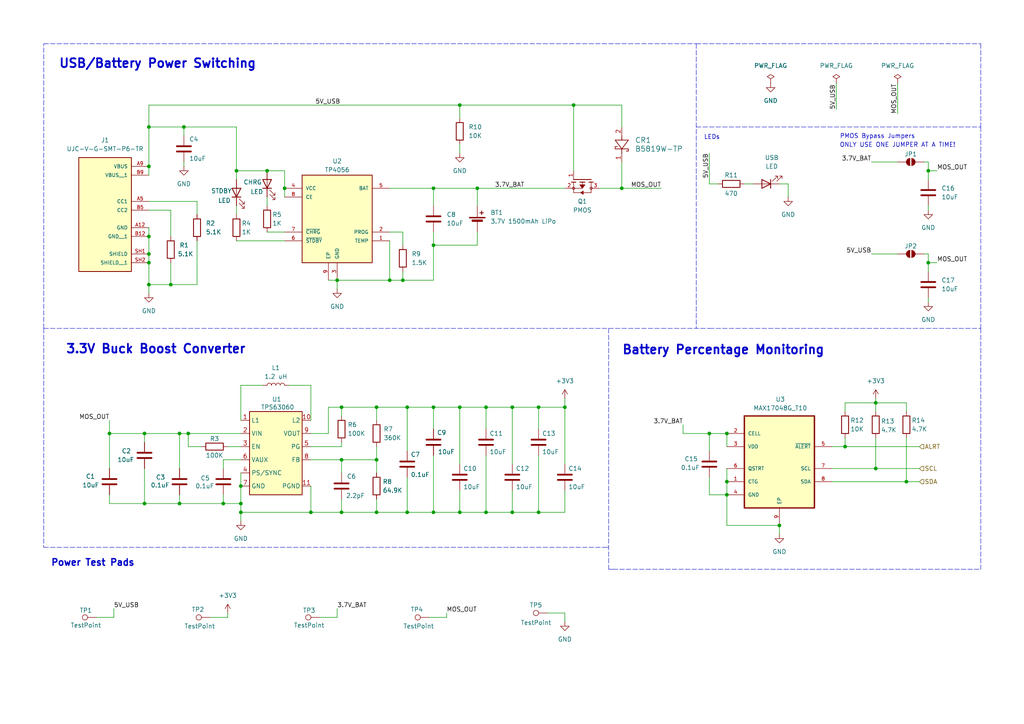
<source format=kicad_sch>
(kicad_sch (version 20231120) (generator "eeschema") (generator_version "8.0")
  (paper "A4")
  (lib_symbols
    (symbol "B5819W:B5819W-TP" (pin_names (offset 0.254))
      (property "Reference" "CR" (at 5.08 4.445 0))
      (property "Value" "B5819W-TP" (at 5.08 -3.81 0))
      (symbol "B5819W-TP_0_1"
        (polyline (pts (xy 2.54 0) (xy 3.4798 0)) (stroke (width 0.2032)))
        (polyline (pts (xy 3.175 0) (xy 3.81 0)) (stroke (width 0.2032)))
        (polyline (pts (xy 3.81 -1.905) (xy 6.35 0)) (stroke (width 0.2032)))
        (polyline (pts (xy 3.81 1.905) (xy 3.81 -1.905)) (stroke (width 0.2032)))
        (polyline (pts (xy 5.715 -1.905) (xy 5.715 -1.27)) (stroke (width 0.2032)))
        (polyline (pts (xy 6.35 -1.905) (xy 5.715 -1.905)) (stroke (width 0.2032)))
        (polyline (pts (xy 6.35 -1.905) (xy 6.35 1.905)) (stroke (width 0.2032)))
        (polyline (pts (xy 6.35 0) (xy 3.81 1.905)) (stroke (width 0.2032)))
        (polyline (pts (xy 6.35 0) (xy 7.62 0)) (stroke (width 0.2032)))
        (polyline (pts (xy 6.35 1.905) (xy 6.985 1.905)) (stroke (width 0.2032)))
        (polyline (pts (xy 6.985 1.905) (xy 6.985 1.27)) (stroke (width 0.2032)))
        (pin unspecified line (at 10.16 0 180) (length 2.54) (name "") (number "1"))
        (pin unspecified line (at 0 0 0) (length 2.54) (name "") (number "2"))
      )
    )
    (symbol "Connector:TestPoint" (pin_numbers hide) (pin_names (offset 0.762) hide)
      (property "Reference" "TP" (at 0 6.858 0))
      (property "Value" "TestPoint" (at 0 5.08 0))
      (symbol "TestPoint_0_1"
        (circle (center 0 3.302) (radius 0.762))
      )
      (symbol "TestPoint_1_1"
        (pin passive line (at 0 0 90) (length 2.54) (name "1") (number "1"))
      )
    )
    (symbol "Custom_Audrey_Project_Clock_Gallery:UJC-V-G-SMT-P6-TR" (pin_names (offset 1.016))
      (property "Reference" "J?" (at 0 17.78 0))
      (property "Value" "UJC-V-G-SMT-P6-TR" (at 0 15.24 0))
      (symbol "UJC-V-G-SMT-P6-TR_0_0"
        (rectangle (start -7.62 -20.32) (end 7.62 12.7) (stroke (width 0.254)) (fill (type background)))
        (pin passive line (at 12.7 -7.62 180) (length 5.08) (name "GND") (number "A12"))
        (pin passive line (at 12.7 0 180) (length 5.08) (name "CC1") (number "A5"))
        (pin passive line (at 12.7 10.16 180) (length 5.08) (name "VBUS") (number "A9"))
        (pin passive line (at 12.7 -10.16 180) (length 5.08) (name "GND__1") (number "B12"))
        (pin passive line (at 12.7 -2.54 180) (length 5.08) (name "CC2") (number "B5"))
        (pin passive line (at 12.7 7.62 180) (length 5.08) (name "VBUS__1") (number "B9"))
        (pin passive line (at 12.7 -15.24 180) (length 5.08) (name "SHIELD") (number "SH1"))
        (pin passive line (at 12.7 -17.78 180) (length 5.08) (name "SHIELD__1") (number "SH2"))
      )
    )
    (symbol "Device:Battery_Cell" (pin_numbers hide) (pin_names (offset 0) hide)
      (property "Reference" "BT" (at 2.54 2.54 0))
      (property "Value" "Battery_Cell" (at 2.54 0 0))
      (symbol "Battery_Cell_0_1"
        (rectangle (start -2.286 1.778) (end 2.286 1.524) (fill (type outline)))
        (rectangle (start -1.524 1.016) (end 1.524 0.508) (fill (type outline)))
        (polyline (pts (xy 0 0.762) (xy 0 0)))
        (polyline (pts (xy 0 1.778) (xy 0 2.54)))
        (polyline (pts (xy 0.762 3.048) (xy 1.778 3.048)) (stroke (width 0.254)))
        (polyline (pts (xy 1.27 3.556) (xy 1.27 2.54)) (stroke (width 0.254)))
      )
      (symbol "Battery_Cell_1_1"
        (pin passive line (at 0 5.08 270) (length 2.54) (name "+") (number "1"))
        (pin passive line (at 0 -2.54 90) (length 2.54) (name "-") (number "2"))
      )
    )
    (symbol "Device:C" (pin_numbers hide) (pin_names (offset 0.254))
      (property "Reference" "C" (at 0.635 2.54 0))
      (property "Value" "C" (at 0.635 -2.54 0))
      (symbol "C_0_1"
        (polyline (pts (xy -2.032 -0.762) (xy 2.032 -0.762)) (stroke (width 0.508)))
        (polyline (pts (xy -2.032 0.762) (xy 2.032 0.762)) (stroke (width 0.508)))
      )
      (symbol "C_1_1"
        (pin passive line (at 0 3.81 270) (length 2.794) (name "~") (number "1"))
        (pin passive line (at 0 -3.81 90) (length 2.794) (name "~") (number "2"))
      )
    )
    (symbol "Device:L" (pin_numbers hide) (pin_names (offset 1.016) hide)
      (property "Reference" "L" (at -1.27 0 90))
      (property "Value" "L" (at 1.905 0 90))
      (symbol "L_0_1"
        (arc (start 0 -2.54) (mid 0.6323 -1.905) (end 0 -1.27))
        (arc (start 0 -1.27) (mid 0.6323 -0.635) (end 0 0))
        (arc (start 0 0) (mid 0.6323 0.635) (end 0 1.27))
        (arc (start 0 1.27) (mid 0.6323 1.905) (end 0 2.54))
      )
      (symbol "L_1_1"
        (pin passive line (at 0 3.81 270) (length 1.27) (name "1") (number "1"))
        (pin passive line (at 0 -3.81 90) (length 1.27) (name "2") (number "2"))
      )
    )
    (symbol "Device:LED" (pin_numbers hide) (pin_names (offset 1.016) hide)
      (property "Reference" "D" (at 0 2.54 0))
      (property "Value" "LED" (at 0 -2.54 0))
      (symbol "LED_0_1"
        (polyline (pts (xy -1.27 -1.27) (xy -1.27 1.27)) (stroke (width 0.254)))
        (polyline (pts (xy -1.27 0) (xy 1.27 0)))
        (polyline (pts (xy 1.27 -1.27) (xy 1.27 1.27) (xy -1.27 0) (xy 1.27 -1.27)) (stroke (width 0.254)))
        (polyline (pts (xy -3.048 -0.762) (xy -4.572 -2.286) (xy -3.81 -2.286) (xy -4.572 -2.286) (xy -4.572 -1.524)))
        (polyline (pts (xy -1.778 -0.762) (xy -3.302 -2.286) (xy -2.54 -2.286) (xy -3.302 -2.286) (xy -3.302 -1.524)))
      )
      (symbol "LED_1_1"
        (pin passive line (at -3.81 0 0) (length 2.54) (name "K") (number "1"))
        (pin passive line (at 3.81 0 180) (length 2.54) (name "A") (number "2"))
      )
    )
    (symbol "Device:R" (pin_numbers hide) (pin_names (offset 0))
      (property "Reference" "R" (at 2.032 0 90))
      (property "Value" "R" (at 0 0 90))
      (symbol "R_0_1"
        (rectangle (start -1.016 -2.54) (end 1.016 2.54) (stroke (width 0.254)))
      )
      (symbol "R_1_1"
        (pin passive line (at 0 3.81 270) (length 1.27) (name "~") (number "1"))
        (pin passive line (at 0 -3.81 90) (length 1.27) (name "~") (number "2"))
      )
    )
    (symbol "IRLML6402TRPBF:IRLML6402TRPBF" (pin_names (offset 1.016))
      (property "Reference" "Q" (at -11.43 3.81 0))
      (property "Value" "IRLML6402TRPBF" (at -11.43 -8.89 0))
      (symbol "IRLML6402TRPBF_0_0"
        (circle (center 0 -2.54) (radius 0.3592))
        (polyline (pts (xy -2.54 2.54) (xy -2.54 -2.54)) (stroke (width 0.254)))
        (polyline (pts (xy -1.778 -1.905) (xy -1.778 -3.175)) (stroke (width 0.254)))
        (polyline (pts (xy -1.778 0) (xy -1.778 -0.762)) (stroke (width 0.254)))
        (polyline (pts (xy -1.778 0) (xy 0 0)) (stroke (width 0.1524)))
        (polyline (pts (xy -1.778 0.762) (xy -1.778 0)) (stroke (width 0.254)))
        (polyline (pts (xy -1.778 2.54) (xy -1.778 1.905)) (stroke (width 0.254)))
        (polyline (pts (xy -1.778 2.54) (xy 1.27 2.54)) (stroke (width 0.1524)))
        (polyline (pts (xy -1.778 3.175) (xy -1.778 2.54)) (stroke (width 0.254)))
        (polyline (pts (xy 0 0) (xy 0 -2.54)) (stroke (width 0.1524)))
        (polyline (pts (xy 1.27 -2.54) (xy -1.778 -2.54)) (stroke (width 0.1524)))
        (polyline (pts (xy 1.27 2.54) (xy 1.27 -2.54)) (stroke (width 0.1524)))
        (polyline (pts (xy 0 0) (xy -1.016 -0.762) (xy -1.016 0.762) (xy 0 0)) (stroke (width 0.1524)) (fill (type outline)))
        (polyline (pts (xy 1.27 -0.508) (xy 1.778 0.254) (xy 0.762 0.254) (xy 1.27 -0.508)) (stroke (width 0.1524)) (fill (type outline)))
        (circle (center 0 2.54) (radius 0.3592))
        (pin passive line (at -5.08 -2.54 0) (length 2.54) (name "~") (number "1"))
        (pin passive line (at 0 -5.08 90) (length 2.54) (name "~") (number "2"))
        (pin passive line (at 0 5.08 270) (length 2.54) (name "~") (number "3"))
      )
    )
    (symbol "Jumper:SolderJumper_2_Open" (pin_numbers hide) (pin_names (offset 0) hide) (exclude_from_sim yes) (in_bom no)
      (property "Reference" "JP" (at 0 2.032 0))
      (property "Value" "SolderJumper_2_Open" (at 0 -2.54 0))
      (symbol "SolderJumper_2_Open_0_1"
        (arc (start -0.254 1.016) (mid -1.2656 0) (end -0.254 -1.016))
        (arc (start -0.254 1.016) (mid -1.2656 0) (end -0.254 -1.016) (fill (type outline)))
        (polyline (pts (xy -0.254 1.016) (xy -0.254 -1.016)))
        (polyline (pts (xy 0.254 1.016) (xy 0.254 -1.016)))
        (arc (start 0.254 -1.016) (mid 1.2656 0) (end 0.254 1.016))
        (arc (start 0.254 -1.016) (mid 1.2656 0) (end 0.254 1.016) (fill (type outline)))
      )
      (symbol "SolderJumper_2_Open_1_1"
        (pin passive line (at -3.81 0 0) (length 2.54) (name "A") (number "1"))
        (pin passive line (at 3.81 0 180) (length 2.54) (name "B") (number "2"))
      )
    )
    (symbol "MAX17048G_T10:MAX17048G_T10" (pin_names (offset 1.016))
      (property "Reference" "U3" (at 0.254 4.826 0))
      (property "Value" "MAX17048G_T10" (at 0.254 2.286 0))
      (symbol "MAX17048G_T10_0_0"
        (rectangle (start -10.16 0) (end 10.16 -26.67) (stroke (width 0.41)) (fill (type background)))
        (pin power_in line (at -15.24 -19.05 0) (length 5.08) (name "CTG") (number "1"))
        (pin power_in line (at -15.24 -5.08 0) (length 5.08) (name "CELL") (number "2"))
        (pin power_in line (at -15.24 -8.89 0) (length 5.08) (name "VDD") (number "3"))
        (pin power_in line (at -15.24 -22.86 0) (length 5.08) (name "GND") (number "4"))
        (pin output line (at 15.24 -8.89 180) (length 5.08) (name "~{ALERT}") (number "5"))
        (pin input line (at -15.24 -15.24 0) (length 5.08) (name "QSTRT") (number "6"))
        (pin input line (at 15.24 -15.24 180) (length 5.08) (name "SCL") (number "7"))
        (pin bidirectional line (at 15.24 -19.05 180) (length 5.08) (name "SDA") (number "8"))
        (pin power_in line (at 0 -31.75 90) (length 5.08) (name "EP") (number "9"))
      )
    )
    (symbol "Regulator_Switching:TPS63060"
      (property "Reference" "U?" (at 0.254 14.986 0))
      (property "Value" "TPS63060" (at 0.508 12.7 0))
      (symbol "TPS63060_0_1"
        (rectangle (start -7.62 11.43) (end 7.62 -12.7) (stroke (width 0.254)) (fill (type background)))
      )
      (symbol "TPS63060_1_1"
        (pin input line (at -10.16 8.89 0) (length 2.54) (name "L1") (number "1"))
        (pin input line (at 10.16 8.89 180) (length 2.54) (name "L2") (number "10"))
        (pin power_in line (at 10.16 -10.16 180) (length 2.54) (name "PGND") (number "11"))
        (pin power_in line (at -10.16 5.08 0) (length 2.54) (name "VIN") (number "2"))
        (pin input line (at -10.16 1.27 0) (length 2.54) (name "EN") (number "3"))
        (pin input line (at -10.16 -6.35 0) (length 2.54) (name "PS/SYNC") (number "4"))
        (pin output line (at 10.16 1.27 180) (length 2.54) (name "PG") (number "5"))
        (pin passive line (at -10.16 -2.54 0) (length 2.54) (name "VAUX") (number "6"))
        (pin power_in line (at -10.16 -10.16 0) (length 2.54) (name "GND") (number "7"))
        (pin input line (at 10.16 -2.54 180) (length 2.54) (name "FB") (number "8"))
        (pin power_out line (at 10.16 5.08 180) (length 2.54) (name "VOUT") (number "9"))
      )
    )
    (symbol "TP4056:TP4056" (pin_names (offset 1.016))
      (property "Reference" "U?" (at 0 17.78 0))
      (property "Value" "TP4056" (at 0 15.24 0))
      (symbol "TP4056_0_0"
        (rectangle (start -10.16 12.7) (end 10.16 -12.7) (stroke (width 0.254)) (fill (type background)))
        (pin input line (at 15.24 -6.35 180) (length 5.08) (name "TEMP") (number "1"))
        (pin bidirectional line (at 15.24 -3.81 180) (length 5.08) (name "PROG") (number "2"))
        (pin power_in line (at 0 -17.78 90) (length 5.08) (name "GND") (number "3"))
        (pin power_in line (at -15.24 8.89 0) (length 5.08) (name "VCC") (number "4"))
        (pin output line (at 15.24 8.89 180) (length 5.08) (name "BAT") (number "5"))
        (pin output line (at -15.24 -6.35 0) (length 5.08) (name "~{STDBY}") (number "6"))
        (pin output line (at -15.24 -3.81 0) (length 5.08) (name "~{CHRG}") (number "7"))
        (pin input line (at -15.24 6.35 0) (length 5.08) (name "CE") (number "8"))
        (pin passive line (at -2.54 -17.78 90) (length 5.08) (name "EP") (number "9"))
      )
    )
    (symbol "power:+3V3" (power) (pin_numbers hide) (pin_names (offset 0) hide)
      (property "Value" "+3V3" (at 0 3.556 0))
      (symbol "+3V3_0_1"
        (polyline (pts (xy -0.762 1.27) (xy 0 2.54)))
        (polyline (pts (xy 0 0) (xy 0 2.54)))
        (polyline (pts (xy 0 2.54) (xy 0.762 1.27)))
      )
      (symbol "+3V3_1_1"
        (pin power_in line (at 0 0 90) (length 0) (name "~") (number "1"))
      )
    )
    (symbol "power:GND" (power) (pin_numbers hide) (pin_names (offset 0) hide)
      (property "Value" "GND" (at 0 -3.81 0))
      (symbol "GND_0_1"
        (polyline (pts (xy 0 0) (xy 0 -1.27) (xy 1.27 -1.27) (xy 0 -2.54) (xy -1.27 -1.27) (xy 0 -1.27)))
      )
      (symbol "GND_1_1"
        (pin power_in line (at 0 0 270) (length 0) (name "~") (number "1"))
      )
    )
    (symbol "power:PWR_FLAG" (power) (pin_numbers hide) (pin_names (offset 0) hide)
      (property "Value" "PWR_FLAG" (at 0 3.81 0))
      (symbol "PWR_FLAG_0_0"
        (pin power_out line (at 0 0 90) (length 0) (name "~") (number "1"))
      )
      (symbol "PWR_FLAG_0_1"
        (polyline (pts (xy 0 0) (xy 0 1.27) (xy -1.016 1.905) (xy 0 2.54) (xy 1.016 1.905) (xy 0 1.27)))
      )
    )
  )
  (junction (at 210.82 143.51))
  (junction (at 148.59 148.59))
  (junction (at 43.18 76.2))
  (junction (at 49.53 82.55))
  (junction (at 52.07 125.73))
  (junction (at 148.59 118.11))
  (junction (at 163.83 118.11))
  (junction (at 140.97 118.11))
  (junction (at 140.97 148.59))
  (junction (at 90.17 148.59))
  (junction (at 43.18 82.55))
  (junction (at 180.34 54.61))
  (junction (at 156.21 148.59))
  (junction (at 43.18 68.58))
  (junction (at 53.34 36.83))
  (junction (at 64.77 146.05))
  (junction (at 269.24 76.2))
  (junction (at 210.82 125.73))
  (junction (at 52.07 146.05))
  (junction (at 254 135.89))
  (junction (at 54.61 125.73))
  (junction (at 82.55 54.61))
  (junction (at 69.85 146.05))
  (junction (at 68.58 49.53))
  (junction (at 77.47 49.53))
  (junction (at 43.18 73.66))
  (junction (at 118.11 118.11))
  (junction (at 99.06 118.11))
  (junction (at 97.79 81.28))
  (junction (at 41.91 125.73))
  (junction (at 99.06 133.35))
  (junction (at 125.73 148.59))
  (junction (at 43.18 36.83))
  (junction (at 31.75 125.73))
  (junction (at 116.84 81.28))
  (junction (at 226.06 152.4))
  (junction (at 118.11 148.59))
  (junction (at 69.85 140.97))
  (junction (at 69.85 148.59))
  (junction (at 43.18 48.26))
  (junction (at 245.11 129.54))
  (junction (at 210.82 139.7))
  (junction (at 113.03 81.28))
  (junction (at 125.73 118.11))
  (junction (at 41.91 146.05))
  (junction (at 109.22 118.11))
  (junction (at 133.35 30.48))
  (junction (at 133.35 148.59))
  (junction (at 156.21 118.11))
  (junction (at 109.22 133.35))
  (junction (at 125.73 71.12))
  (junction (at 138.43 54.61))
  (junction (at 125.73 54.61))
  (junction (at 205.74 125.73))
  (junction (at 133.35 118.11))
  (junction (at 99.06 148.59))
  (junction (at 262.89 139.7))
  (junction (at 269.24 49.53))
  (junction (at 254 116.84))
  (junction (at 109.22 148.59))
  (junction (at 166.37 30.48))
  (polyline (pts (xy 12.7 158.75) (xy 175.26 158.75)) (stroke (width 0.127) (type dash)))
  (wire (pts (xy 41.91 125.73) (xy 52.07 125.73)))
  (wire (pts (xy 95.25 81.28) (xy 97.79 81.28)))
  (wire (pts (xy 226.06 152.4) (xy 226.06 154.94)))
  (wire (pts (xy 267.97 46.99) (xy 269.24 46.99)))
  (wire (pts (xy 156.21 148.59) (xy 163.83 148.59)))
  (wire (pts (xy 254 116.84) (xy 254 119.38)))
  (wire (pts (xy 82.55 49.53) (xy 77.47 49.53)))
  (wire (pts (xy 156.21 132.08) (xy 156.21 148.59)))
  (wire (pts (xy 68.58 59.69) (xy 68.58 62.23)))
  (wire (pts (xy 242.57 31.75) (xy 242.57 24.13)))
  (wire (pts (xy 180.34 30.48) (xy 180.34 36.83)))
  (wire (pts (xy 49.53 60.96) (xy 49.53 68.58)))
  (wire (pts (xy 118.11 118.11) (xy 125.73 118.11)))
  (wire (pts (xy 133.35 148.59) (xy 140.97 148.59)))
  (wire (pts (xy 31.75 121.92) (xy 31.75 125.73)))
  (wire (pts (xy 125.73 132.08) (xy 125.73 148.59)))
  (polyline (pts (xy 175.26 158.75) (xy 176.53 158.75)) (stroke (width 0.127) (type dash)))
  (wire (pts (xy 97.79 81.28) (xy 97.79 83.82)))
  (wire (pts (xy 43.18 68.58) (xy 43.18 73.66)))
  (wire (pts (xy 133.35 41.91) (xy 133.35 44.45)))
  (wire (pts (xy 90.17 111.76) (xy 90.17 121.92)))
  (wire (pts (xy 125.73 148.59) (xy 133.35 148.59)))
  (wire (pts (xy 82.55 54.61) (xy 82.55 57.15)))
  (wire (pts (xy 125.73 118.11) (xy 125.73 124.46)))
  (wire (pts (xy 95.25 118.11) (xy 99.06 118.11)))
  (wire (pts (xy 133.35 30.48) (xy 133.35 34.29)))
  (wire (pts (xy 262.89 116.84) (xy 262.89 119.38)))
  (wire (pts (xy 90.17 140.97) (xy 90.17 148.59)))
  (wire (pts (xy 69.85 137.16) (xy 69.85 140.97)))
  (wire (pts (xy 53.34 36.83) (xy 53.34 39.37)))
  (wire (pts (xy 99.06 144.78) (xy 99.06 148.59)))
  (wire (pts (xy 52.07 125.73) (xy 54.61 125.73)))
  (wire (pts (xy 116.84 81.28) (xy 113.03 81.28)))
  (wire (pts (xy 148.59 148.59) (xy 156.21 148.59)))
  (wire (pts (xy 269.24 86.36) (xy 269.24 87.63)))
  (wire (pts (xy 241.3 129.54) (xy 245.11 129.54)))
  (wire (pts (xy 241.3 139.7) (xy 262.89 139.7)))
  (wire (pts (xy 269.24 76.2) (xy 269.24 78.74)))
  (wire (pts (xy 66.04 129.54) (xy 69.85 129.54)))
  (wire (pts (xy 245.11 116.84) (xy 254 116.84)))
  (wire (pts (xy 109.22 148.59) (xy 118.11 148.59)))
  (polyline (pts (xy 284.48 36.83) (xy 284.48 95.25)) (stroke (width 0.127) (type dash)))
  (polyline (pts (xy 205.74 95.25) (xy 284.48 95.25)) (stroke (width 0.127) (type dash)))
  (polyline (pts (xy 177.8 165.1) (xy 284.48 165.1)) (stroke (width 0.127) (type dash)))
  (wire (pts (xy 68.58 49.53) (xy 77.47 49.53)))
  (wire (pts (xy 41.91 146.05) (xy 52.07 146.05)))
  (wire (pts (xy 156.21 118.11) (xy 156.21 124.46)))
  (wire (pts (xy 252.73 46.99) (xy 260.35 46.99)))
  (wire (pts (xy 52.07 125.73) (xy 52.07 135.89)))
  (wire (pts (xy 125.73 67.31) (xy 125.73 71.12)))
  (wire (pts (xy 129.54 179.07) (xy 124.46 179.07)))
  (wire (pts (xy 43.18 73.66) (xy 43.18 76.2)))
  (wire (pts (xy 43.18 66.04) (xy 43.18 68.58)))
  (wire (pts (xy 252.73 73.66) (xy 260.35 73.66)))
  (wire (pts (xy 64.77 133.35) (xy 69.85 133.35)))
  (wire (pts (xy 269.24 49.53) (xy 271.78 49.53)))
  (wire (pts (xy 64.77 135.89) (xy 64.77 133.35)))
  (wire (pts (xy 166.37 30.48) (xy 180.34 30.48)))
  (wire (pts (xy 191.77 54.61) (xy 180.34 54.61)))
  (wire (pts (xy 215.9 53.34) (xy 218.44 53.34)))
  (wire (pts (xy 52.07 146.05) (xy 64.77 146.05)))
  (wire (pts (xy 180.34 46.99) (xy 180.34 54.61)))
  (wire (pts (xy 254 115.57) (xy 254 116.84)))
  (wire (pts (xy 97.79 81.28) (xy 113.03 81.28)))
  (wire (pts (xy 82.55 49.53) (xy 82.55 54.61)))
  (wire (pts (xy 226.06 53.34) (xy 228.6 53.34)))
  (wire (pts (xy 173.99 54.61) (xy 180.34 54.61)))
  (wire (pts (xy 27.94 179.07) (xy 33.02 179.07)))
  (wire (pts (xy 245.11 129.54) (xy 266.7 129.54)))
  (wire (pts (xy 254 135.89) (xy 266.7 135.89)))
  (wire (pts (xy 148.59 118.11) (xy 156.21 118.11)))
  (polyline (pts (xy 12.7 95.25) (xy 12.7 158.75)) (stroke (width 0.127) (type dash)))
  (wire (pts (xy 77.47 57.15) (xy 77.47 59.69)))
  (wire (pts (xy 95.25 125.73) (xy 95.25 118.11)))
  (wire (pts (xy 267.97 73.66) (xy 269.24 73.66)))
  (wire (pts (xy 68.58 36.83) (xy 68.58 49.53)))
  (wire (pts (xy 54.61 125.73) (xy 69.85 125.73)))
  (polyline (pts (xy 176.53 95.25) (xy 176.53 165.1)) (stroke (width 0.127) (type dash)))
  (wire (pts (xy 138.43 67.31) (xy 138.43 71.12)))
  (wire (pts (xy 41.91 125.73) (xy 41.91 128.27)))
  (wire (pts (xy 69.85 140.97) (xy 69.85 146.05)))
  (wire (pts (xy 90.17 129.54) (xy 99.06 129.54)))
  (wire (pts (xy 166.37 30.48) (xy 166.37 49.53)))
  (wire (pts (xy 228.6 53.34) (xy 228.6 57.15)))
  (wire (pts (xy 148.59 148.59) (xy 148.59 142.24)))
  (wire (pts (xy 205.74 143.51) (xy 210.82 143.51)))
  (wire (pts (xy 269.24 59.69) (xy 269.24 60.96)))
  (wire (pts (xy 205.74 138.43) (xy 205.74 143.51)))
  (polyline (pts (xy 201.93 12.7) (xy 201.93 95.25)) (stroke (width 0.127) (type dash)))
  (wire (pts (xy 31.75 125.73) (xy 41.91 125.73)))
  (wire (pts (xy 210.82 143.51) (xy 210.82 152.4)))
  (polyline (pts (xy 284.48 12.7) (xy 284.48 36.83)) (stroke (width 0.127) (type dash)))
  (wire (pts (xy 210.82 139.7) (xy 210.82 143.51)))
  (wire (pts (xy 148.59 118.11) (xy 148.59 134.62)))
  (wire (pts (xy 210.82 152.4) (xy 226.06 152.4)))
  (wire (pts (xy 69.85 146.05) (xy 69.85 148.59)))
  (wire (pts (xy 90.17 133.35) (xy 99.06 133.35)))
  (wire (pts (xy 43.18 36.83) (xy 53.34 36.83)))
  (wire (pts (xy 205.74 125.73) (xy 210.82 125.73)))
  (wire (pts (xy 57.15 58.42) (xy 57.15 62.23)))
  (wire (pts (xy 113.03 54.61) (xy 125.73 54.61)))
  (wire (pts (xy 125.73 118.11) (xy 133.35 118.11)))
  (wire (pts (xy 31.75 146.05) (xy 41.91 146.05)))
  (wire (pts (xy 116.84 78.74) (xy 116.84 81.28)))
  (wire (pts (xy 109.22 129.54) (xy 109.22 133.35)))
  (wire (pts (xy 113.03 69.85) (xy 113.03 81.28)))
  (wire (pts (xy 140.97 118.11) (xy 140.97 124.46)))
  (wire (pts (xy 53.34 46.99) (xy 53.34 48.26)))
  (wire (pts (xy 198.12 125.73) (xy 205.74 125.73)))
  (wire (pts (xy 53.34 36.83) (xy 68.58 36.83)))
  (wire (pts (xy 66.04 177.8) (xy 66.04 179.07)))
  (wire (pts (xy 52.07 143.51) (xy 52.07 146.05)))
  (wire (pts (xy 69.85 111.76) (xy 69.85 121.92)))
  (wire (pts (xy 99.06 129.54) (xy 99.06 128.27)))
  (wire (pts (xy 113.03 67.31) (xy 116.84 67.31)))
  (wire (pts (xy 54.61 129.54) (xy 54.61 125.73)))
  (wire (pts (xy 116.84 67.31) (xy 116.84 71.12)))
  (wire (pts (xy 133.35 30.48) (xy 166.37 30.48)))
  (polyline (pts (xy 201.93 12.7) (xy 284.48 12.7)) (stroke (width 0.127) (type dash)))
  (polyline (pts (xy 203.2 95.25) (xy 205.74 95.25)) (stroke (width 0.127) (type dash)))
  (wire (pts (xy 43.18 48.26) (xy 43.18 50.8)))
  (wire (pts (xy 109.22 118.11) (xy 109.22 121.92)))
  (polyline (pts (xy 176.53 165.1) (xy 177.8 165.1)) (stroke (width 0.127) (type dash)))
  (wire (pts (xy 68.58 52.07) (xy 68.58 49.53)))
  (wire (pts (xy 138.43 54.61) (xy 138.43 59.69)))
  (wire (pts (xy 269.24 49.53) (xy 269.24 52.07)))
  (polyline (pts (xy 12.7 12.7) (xy 201.93 12.7)) (stroke (width 0.127) (type dash)))
  (wire (pts (xy 69.85 148.59) (xy 69.85 151.13)))
  (wire (pts (xy 77.47 67.31) (xy 82.55 67.31)))
  (wire (pts (xy 138.43 71.12) (xy 125.73 71.12)))
  (wire (pts (xy 57.15 69.85) (xy 57.15 82.55)))
  (wire (pts (xy 210.82 135.89) (xy 210.82 139.7)))
  (wire (pts (xy 210.82 125.73) (xy 210.82 129.54)))
  (wire (pts (xy 68.58 69.85) (xy 82.55 69.85)))
  (wire (pts (xy 33.02 179.07) (xy 33.02 176.53)))
  (wire (pts (xy 129.54 177.8) (xy 129.54 179.07)))
  (wire (pts (xy 156.21 118.11) (xy 163.83 118.11)))
  (wire (pts (xy 260.35 33.02) (xy 260.35 24.13)))
  (wire (pts (xy 118.11 148.59) (xy 118.11 138.43)))
  (wire (pts (xy 254 116.84) (xy 262.89 116.84)))
  (wire (pts (xy 99.06 133.35) (xy 109.22 133.35)))
  (wire (pts (xy 64.77 143.51) (xy 64.77 146.05)))
  (wire (pts (xy 241.3 135.89) (xy 254 135.89)))
  (wire (pts (xy 133.35 118.11) (xy 140.97 118.11)))
  (wire (pts (xy 58.42 129.54) (xy 54.61 129.54)))
  (wire (pts (xy 109.22 144.78) (xy 109.22 148.59)))
  (wire (pts (xy 43.18 85.09) (xy 43.18 82.55)))
  (wire (pts (xy 43.18 36.83) (xy 43.18 30.48)))
  (wire (pts (xy 163.83 177.8) (xy 163.83 180.34)))
  (wire (pts (xy 66.04 179.07) (xy 60.96 179.07)))
  (wire (pts (xy 140.97 132.08) (xy 140.97 148.59)))
  (wire (pts (xy 99.06 118.11) (xy 109.22 118.11)))
  (wire (pts (xy 245.11 129.54) (xy 245.11 127)))
  (wire (pts (xy 43.18 58.42) (xy 57.15 58.42)))
  (wire (pts (xy 205.74 53.34) (xy 208.28 53.34)))
  (wire (pts (xy 43.18 36.83) (xy 43.18 48.26)))
  (wire (pts (xy 125.73 54.61) (xy 138.43 54.61)))
  (wire (pts (xy 205.74 125.73) (xy 205.74 130.81)))
  (polyline (pts (xy 12.7 95.25) (xy 203.2 95.25)) (stroke (width 0.127) (type dash)))
  (wire (pts (xy 163.83 148.59) (xy 163.83 142.24)))
  (wire (pts (xy 99.06 148.59) (xy 90.17 148.59)))
  (wire (pts (xy 262.89 139.7) (xy 266.7 139.7)))
  (polyline (pts (xy 12.7 95.25) (xy 12.7 12.7)) (stroke (width 0.127) (type dash)))
  (wire (pts (xy 92.71 179.07) (xy 97.79 179.07)))
  (wire (pts (xy 90.17 148.59) (xy 69.85 148.59)))
  (wire (pts (xy 90.17 125.73) (xy 95.25 125.73)))
  (wire (pts (xy 41.91 135.89) (xy 41.91 146.05)))
  (wire (pts (xy 158.75 177.8) (xy 163.83 177.8)))
  (wire (pts (xy 43.18 60.96) (xy 49.53 60.96)))
  (wire (pts (xy 140.97 118.11) (xy 148.59 118.11)))
  (wire (pts (xy 125.73 71.12) (xy 125.73 81.28)))
  (wire (pts (xy 118.11 148.59) (xy 125.73 148.59)))
  (wire (pts (xy 83.82 111.76) (xy 90.17 111.76)))
  (wire (pts (xy 43.18 30.48) (xy 133.35 30.48)))
  (wire (pts (xy 125.73 81.28) (xy 116.84 81.28)))
  (wire (pts (xy 133.35 142.24) (xy 133.35 148.59)))
  (wire (pts (xy 140.97 148.59) (xy 148.59 148.59)))
  (wire (pts (xy 163.83 115.57) (xy 163.83 118.11)))
  (wire (pts (xy 205.74 44.45) (xy 205.74 53.34)))
  (wire (pts (xy 163.83 118.11) (xy 163.83 134.62)))
  (wire (pts (xy 254 127) (xy 254 135.89)))
  (wire (pts (xy 49.53 82.55) (xy 43.18 82.55)))
  (wire (pts (xy 49.53 76.2) (xy 49.53 82.55)))
  (wire (pts (xy 64.77 146.05) (xy 69.85 146.05)))
  (polyline (pts (xy 201.93 36.83) (xy 284.48 36.83)) (stroke (width 0.127) (type dash)))
  (wire (pts (xy 109.22 118.11) (xy 118.11 118.11)))
  (wire (pts (xy 198.12 123.19) (xy 198.12 125.73)))
  (wire (pts (xy 99.06 133.35) (xy 99.06 137.16)))
  (wire (pts (xy 31.75 143.51) (xy 31.75 146.05)))
  (wire (pts (xy 133.35 118.11) (xy 133.35 134.62)))
  (wire (pts (xy 76.2 111.76) (xy 69.85 111.76)))
  (wire (pts (xy 269.24 76.2) (xy 271.78 76.2)))
  (wire (pts (xy 125.73 54.61) (xy 125.73 59.69)))
  (wire (pts (xy 99.06 118.11) (xy 99.06 120.65)))
  (polyline (pts (xy 284.48 95.25) (xy 284.48 165.1)) (stroke (width 0.127) (type dash)))
  (wire (pts (xy 97.79 179.07) (xy 97.79 176.53)))
  (wire (pts (xy 49.53 82.55) (xy 57.15 82.55)))
  (wire (pts (xy 269.24 46.99) (xy 269.24 49.53)))
  (wire (pts (xy 109.22 148.59) (xy 99.06 148.59)))
  (wire (pts (xy 43.18 76.2) (xy 43.18 82.55)))
  (wire (pts (xy 262.89 139.7) (xy 262.89 127)))
  (wire (pts (xy 31.75 125.73) (xy 31.75 135.89)))
  (wire (pts (xy 118.11 118.11) (xy 118.11 130.81)))
  (wire (pts (xy 245.11 119.38) (xy 245.11 116.84)))
  (wire (pts (xy 109.22 133.35) (xy 109.22 137.16)))
  (wire (pts (xy 138.43 54.61) (xy 163.83 54.61)))
  (wire (pts (xy 269.24 73.66) (xy 269.24 76.2)))
  (text "Power Test Pads" (at 26.924 163.322 0) (effects (font (size 1.905 1.905) (thickness 0.381) (bold yes))))
  (text "LEDs" (at 206.502 39.878 0) (effects (font (size 1.27 1.27) (thickness 0.1588))))
  (text "PMOS Bypass Jumpers" (at 254.508 39.624 0) (effects (font (size 1.27 1.27))))
  (text "USB/Battery Power Switching" (at 45.72 18.542 0) (effects (font (size 2.54 2.54) (thickness 0.508) (bold yes))))
  (text "Battery Percentage Monitoring" (at 209.804 101.6 0) (effects (font (size 2.54 2.54) (thickness 0.508) (bold yes))))
  (text "3.3V Buck Boost Converter\n" (at 45.212 101.346 0) (effects (font (size 2.54 2.54) (thickness 0.508) (bold yes))))
  (text "ONLY USE ONE JUMPER AT A TIME!" (at 260.35 42.164 0) (effects (font (size 1.27 1.27))))
  (label "5V_USB" (at 91.44 30.48 0))
  (label "MOS_OUT" (at 271.78 76.2 0))
  (label "MOS_OUT" (at 271.78 49.53 0))
  (label "MOS_OUT" (at 191.77 54.61 180))
  (label "5V_USB" (at 33.02 176.53 0))
  (label "MOS_OUT" (at 129.54 177.8 0))
  (label "3.7V_BAT" (at 198.12 123.19 180))
  (label "MOS_OUT" (at 31.75 121.92 180))
  (label "MOS_OUT" (at 260.35 33.02 90))
  (label "5V_USB" (at 205.74 44.45 270))
  (label "5V_USB" (at 252.73 73.66 180))
  (label "3.7V_BAT" (at 252.73 46.99 180))
  (label "5V_USB" (at 242.57 31.75 90))
  (label "3.7V_BAT" (at 143.51 54.61 0))
  (label "3.7V_BAT" (at 97.79 176.53 0))
  (hierarchical_label "SDA" (shape input) (at 266.7 139.7 0))
  (hierarchical_label "ALRT" (shape input) (at 266.7 129.54 0))
  (hierarchical_label "SCL" (shape input) (at 266.7 135.89 0))
  (symbol (lib_id "Regulator_Switching:TPS63060") (at 80.01 130.81 0) (unit 1)
    (property "Reference" "U1" (at 80.264 115.824 0))
    (property "Value" "TPS63060" (at 80.518 118.11 0))
    (property "Footprint" "TPS63060DSCT:CONV_TPS63060DSCT" (effects (hide yes)))
    (property "Datasheet" "http://www.ti.com/lit/ds/symlink/tps63060.pdf" (effects (hide yes)))
    (property "Description" "Buck-Boost Converter, 2.5-12V Input Voltage, 2-A Switch Current, Adjustable 2.5-8V Output Voltage, S-PWSON-N10" (effects (hide yes)))
  )
  (symbol (lib_id "power:+3V3") (at 163.83 115.57 0) (unit 1)
    (property "Reference" "#PWR08" (effects (hide yes)))
    (property "Value" "+3V3" (at 163.83 110.49 0))
    (property "Description" "Power symbol creates a global label with name \"+3V3\"" (effects (hide yes)))
  )
  (symbol (lib_id "Device:R") (at 109.22 125.73 0) (unit 1)
    (property "Reference" "R7" (at 111.252 124.46 0) (effects (justify left)))
    (property "Value" "360K" (at 111.252 127 0) (effects (justify left)))
    (property "Footprint" "Resistor_SMD:R_0805_2012Metric_Pad1.20x1.40mm_HandSolder" (effects (hide yes)))
    (property "Description" "Resistor" (effects (hide yes)))
  )
  (symbol (lib_id "Device:L") (at 80.01 111.76 90) (unit 1)
    (property "Reference" "L1" (at 80.01 106.68 90))
    (property "Value" "1.2 uH" (at 80.01 109.22 90))
    (property "Footprint" "XFL4020-102MEC:IND_XFL4020-102MEC" (effects (hide yes)))
    (property "Description" "Inductor" (effects (hide yes)))
  )
  (symbol (lib_id "Device:C") (at 41.91 132.08 0) (unit 1)
    (property "Reference" "C2" (at 35.306 130.81 0) (effects (justify left)))
    (property "Value" "10uF" (at 34.036 133.35 0) (effects (justify left)))
    (property "Footprint" "Capacitor_SMD:C_0805_2012Metric_Pad1.18x1.45mm_HandSolder" (effects (hide yes)))
    (property "Description" "Unpolarized capacitor" (effects (hide yes)))
  )
  (symbol (lib_id "power:GND") (at 69.85 151.13 0) (unit 1)
    (property "Reference" "#PWR04" (effects (hide yes)))
    (property "Value" "GND" (at 69.85 156.21 0))
    (property "Description" "Power symbol creates a global label with name \"GND\" , ground" (effects (hide yes)))
  )
  (symbol (lib_id "Device:C") (at 52.07 139.7 0) (unit 1)
    (property "Reference" "C3" (at 45.212 138.43 0) (effects (justify left)))
    (property "Value" "0.1uF" (at 43.688 140.716 0) (effects (justify left)))
    (property "Footprint" "Capacitor_SMD:C_0805_2012Metric_Pad1.18x1.45mm_HandSolder" (effects (hide yes)))
    (property "Description" "Unpolarized capacitor" (effects (hide yes)))
  )
  (symbol (lib_id "power:GND") (at 43.18 85.09 0) (unit 1)
    (property "Reference" "#PWR02" (effects (hide yes)))
    (property "Value" "GND" (at 43.18 90.17 0))
    (property "Description" "Power symbol creates a global label with name \"GND\" , ground" (effects (hide yes)))
  )
  (symbol (lib_id "Device:C") (at 148.59 138.43 0) (unit 1)
    (property "Reference" "C12" (at 149.606 135.89 0) (effects (justify left)))
    (property "Value" "10uF" (at 149.606 141.224 0) (effects (justify left)))
    (property "Footprint" "Capacitor_SMD:C_0805_2012Metric_Pad1.18x1.45mm_HandSolder" (effects (hide yes)))
    (property "Description" "Unpolarized capacitor" (effects (hide yes)))
  )
  (symbol (lib_id "Device:Battery_Cell") (at 138.43 64.77 0) (unit 1)
    (property "Reference" "BT1" (at 142.24 61.6584 0) (effects (justify left)))
    (property "Value" "3.7V 1500mAh LiPo" (at 142.24 64.1984 0) (effects (justify left)))
    (property "Footprint" "SM02B-SRSS-TB_LF__SN_:SM02B-SRSS-TB_LF__SN_" (effects (hide yes)))
    (property "Description" "Single-cell battery" (effects (hide yes)))
  )
  (symbol (lib_id "Device:R") (at 262.89 123.19 0) (unit 1)
    (property "Reference" "R14" (at 264.414 121.92 0) (effects (justify left)))
    (property "Value" "4.7K" (at 264.414 124.46 0) (effects (justify left)))
    (property "Footprint" "Resistor_SMD:R_0805_2012Metric_Pad1.20x1.40mm_HandSolder" (effects (hide yes)))
    (property "Description" "Resistor" (effects (hide yes)))
  )
  (symbol (lib_id "Device:C") (at 125.73 63.5 0) (unit 1)
    (property "Reference" "C8" (at 129.54 62.2299 0) (effects (justify left)))
    (property "Value" "10uF" (at 129.54 64.7699 0) (effects (justify left)))
    (property "Footprint" "Capacitor_SMD:C_0805_2012Metric_Pad1.18x1.45mm_HandSolder" (effects (hide yes)))
    (property "Description" "Unpolarized capacitor" (effects (hide yes)))
  )
  (symbol (lib_id "power:GND") (at 163.83 180.34 0) (unit 1)
    (property "Reference" "#PWR05" (effects (hide yes)))
    (property "Value" "GND" (at 163.83 185.42 0))
    (property "Description" "Power symbol creates a global label with name \"GND\" , ground" (effects (hide yes)))
  )
  (symbol (lib_id "Device:C") (at 118.11 134.62 0) (unit 1)
    (property "Reference" "C7" (at 119.126 131.826 0) (effects (justify left)))
    (property "Value" "0.1uF" (at 119.126 137.668 0) (effects (justify left)))
    (property "Footprint" "Capacitor_SMD:C_0805_2012Metric_Pad1.18x1.45mm_HandSolder" (effects (hide yes)))
    (property "Description" "Unpolarized capacitor" (effects (hide yes)))
  )
  (symbol (lib_id "TP4056:TP4056") (at 97.79 63.5 0) (unit 1)
    (property "Reference" "U2" (at 97.79 46.736 0))
    (property "Value" "TP4056" (at 97.79 49.276 0))
    (property "Footprint" "TP4056:SOP127P600X175-9N" (effects (hide yes)))
    (property "MF" "NanJing Top Power ASIC Corp." (effects (hide yes)))
    (property "MAXIMUM_PACKAGE_HEIGHT" "1.75mm" (effects (hide yes)))
    (property "Package" "Package" (effects (hide yes)))
    (property "Price" "None" (effects (hide yes)))
    (property "Check_prices" "https://www.snapeda.com/parts/TP4056/NanJing+Top+Power+ASIC+Corp./view-part/?ref=eda" (effects (hide yes)))
    (property "STANDARD" "IPC 7351B" (effects (hide yes)))
    (property "SnapEDA_Link" "https://www.snapeda.com/parts/TP4056/NanJing+Top+Power+ASIC+Corp./view-part/?ref=snap" (effects (hide yes)))
    (property "MP" "TP4056" (effects (hide yes)))
    (property "Description_1" "\n                        \n                            Complete single cell Li-Ion battery with a constant current / constant voltage linear charger\n                        \n" (effects (hide yes)))
    (property "Availability" "Not in stock" (effects (hide yes)))
    (property "MANUFACTURER" "NanJing Top Power ASIC Corp." (effects (hide yes)))
  )
  (symbol (lib_id "Connector:TestPoint") (at 92.71 179.07 90) (unit 1)
    (property "Reference" "TP3" (at 89.662 177.038 90))
    (property "Value" "TestPoint" (at 89.662 181.356 90))
    (property "Footprint" "TestPoint:TestPoint_Pad_D2.0mm" (effects (hide yes)))
    (property "Description" "test point" (effects (hide yes)))
  )
  (symbol (lib_id "Device:C") (at 125.73 128.27 0) (unit 1)
    (property "Reference" "C9" (at 126.746 125.476 0) (effects (justify left)))
    (property "Value" "10uF" (at 127 131.064 0) (effects (justify left)))
    (property "Footprint" "Capacitor_SMD:C_0805_2012Metric_Pad1.18x1.45mm_HandSolder" (effects (hide yes)))
    (property "Description" "Unpolarized capacitor" (effects (hide yes)))
  )
  (symbol (lib_id "power:PWR_FLAG") (at 242.57 24.13 0) (unit 1)
    (property "Reference" "#FLG02" (effects (hide yes)))
    (property "Value" "PWR_FLAG" (at 242.57 19.05 0))
    (property "Description" "Special symbol for telling ERC where power comes from" (effects (hide yes)))
  )
  (symbol (lib_id "Custom_Audrey_Project_Clock_Gallery:UJC-V-G-SMT-P6-TR") (at 30.48 58.42 0) (unit 1)
    (property "Reference" "J1" (at 30.48 40.64 0))
    (property "Value" "UJC-V-G-SMT-P6-TR" (at 30.48 43.18 0))
    (property "Footprint" "UJC_V_G_SMT_P6_TR:SAMESKY_UJC-V-G-SMT-P6-TR" (effects (hide yes)))
    (property "PARTREV" "1.0" (effects (hide yes)))
    (property "STANDARD" "Manufacturer Recommendations" (effects (hide yes)))
    (property "MAXIMUM_PACKAGE_HEIGHT" "6.5mm" (effects (hide yes)))
    (property "MANUFACTURER" "Same Sky" (effects (hide yes)))
  )
  (symbol (lib_id "Device:R") (at 62.23 129.54 90) (unit 1)
    (property "Reference" "R3" (at 62.23 127.254 90))
    (property "Value" "100K" (at 62.23 132.08 90))
    (property "Footprint" "Resistor_SMD:R_0805_2012Metric_Pad1.20x1.40mm_HandSolder" (effects (hide yes)))
    (property "Description" "Resistor" (effects (hide yes)))
  )
  (symbol (lib_id "power:GND") (at 226.06 154.94 0) (unit 1)
    (property "Reference" "#PWR010" (effects (hide yes)))
    (property "Value" "GND" (at 226.06 160.02 0))
    (property "Description" "Power symbol creates a global label with name \"GND\" , ground" (effects (hide yes)))
  )
  (symbol (lib_id "Device:R") (at 57.15 66.04 180) (unit 1)
    (property "Reference" "R2" (at 59.69 64.7699 0) (effects (justify right)))
    (property "Value" "5.1K" (at 59.69 67.3099 0) (effects (justify right)))
    (property "Footprint" "Resistor_SMD:R_0805_2012Metric_Pad1.20x1.40mm_HandSolder" (effects (hide yes)))
    (property "Description" "Resistor" (effects (hide yes)))
  )
  (symbol (lib_id "Connector:TestPoint") (at 60.96 179.07 90) (unit 1)
    (property "Reference" "TP2" (at 57.404 176.784 90))
    (property "Value" "TestPoint" (at 57.912 181.61 90))
    (property "Footprint" "TestPoint:TestPoint_Pad_D2.0mm" (effects (hide yes)))
    (property "Description" "test point" (effects (hide yes)))
  )
  (symbol (lib_id "power:GND") (at 228.6 57.15 0) (unit 1)
    (property "Reference" "#PWR011" (effects (hide yes)))
    (property "Value" "GND" (at 228.6 62.23 0))
    (property "Description" "Power symbol creates a global label with name \"GND\" , ground" (effects (hide yes)))
  )
  (symbol (lib_id "B5819W:B5819W-TP") (at 180.34 36.83 270) (unit 1)
    (property "Reference" "CR1" (at 184.15 40.6399 90) (effects (font (size 1.524 1.524)) (justify left)))
    (property "Value" "B5819W-TP" (at 184.15 43.1799 90) (effects (font (size 1.524 1.524)) (justify left)))
    (property "Footprint" "B5819SW:SDO_SOD-123_MCC-M" (effects (hide yes)))
    (property "Datasheet" "B5819W-TP" (effects (hide yes)))
  )
  (symbol (lib_id "power:+3V3") (at 254 115.57 0) (unit 1)
    (property "Reference" "#PWR012" (effects (hide yes)))
    (property "Value" "+3V3" (at 254 110.49 0))
    (property "Description" "Power symbol creates a global label with name \"+3V3\"" (effects (hide yes)))
  )
  (symbol (lib_id "Device:C") (at 269.24 55.88 0) (unit 1)
    (property "Reference" "C16" (at 273.05 54.6099 0) (effects (justify left)))
    (property "Value" "10uF" (at 273.05 57.1499 0) (effects (justify left)))
    (property "Footprint" "Capacitor_SMD:C_0805_2012Metric_Pad1.18x1.45mm_HandSolder" (effects (hide yes)))
    (property "Description" "Unpolarized capacitor" (effects (hide yes)))
  )
  (symbol (lib_id "Device:R") (at 245.11 123.19 0) (unit 1)
    (property "Reference" "R12" (at 246.634 121.92 0) (effects (justify left)))
    (property "Value" "10K" (at 246.634 124.46 0) (effects (justify left)))
    (property "Footprint" "Resistor_SMD:R_0805_2012Metric_Pad1.20x1.40mm_HandSolder" (effects (hide yes)))
    (property "Description" "Resistor" (effects (hide yes)))
  )
  (symbol (lib_id "power:PWR_FLAG") (at 223.52 24.13 0) (unit 1)
    (property "Reference" "#FLG01" (effects (hide yes)))
    (property "Value" "PWR_FLAG" (at 223.52 19.05 0))
    (property "Description" "Special symbol for telling ERC where power comes from" (effects (hide yes)))
  )
  (symbol (lib_id "power:GND") (at 53.34 48.26 0) (mirror y) (unit 1)
    (property "Reference" "#PWR03" (effects (hide yes)))
    (property "Value" "GND" (at 53.34 53.34 0))
    (property "Description" "Power symbol creates a global label with name \"GND\" , ground" (effects (hide yes)))
  )
  (symbol (lib_id "power:GND") (at 133.35 44.45 0) (mirror y) (unit 1)
    (property "Reference" "#PWR07" (effects (hide yes)))
    (property "Value" "GND" (at 133.35 49.53 0))
    (property "Description" "Power symbol creates a global label with name \"GND\" , ground" (effects (hide yes)))
  )
  (symbol (lib_id "Device:R") (at 68.58 66.04 180) (unit 1)
    (property "Reference" "R4" (at 70.104 64.77 0) (effects (justify right)))
    (property "Value" "1K" (at 70.104 67.31 0) (effects (justify right)))
    (property "Footprint" "Resistor_SMD:R_0805_2012Metric_Pad1.20x1.40mm_HandSolder" (effects (hide yes)))
    (property "Description" "Resistor" (effects (hide yes)))
  )
  (symbol (lib_id "MAX17048G_T10:MAX17048G_T10") (at 226.06 120.65 0) (unit 1)
    (property "Reference" "U3" (at 226.314 115.824 0))
    (property "Value" "MAX17048G_T10" (at 226.314 118.364 0))
    (property "Footprint" "MAX17048G_T10:SON50P200X200X80-9N" (effects (hide yes)))
    (property "MF" "Analog Devices" (effects (hide yes)))
    (property "Description_1" "\n                        \n                            3µA 1-Cell/2-Cell Fuel Gauge with ModelGauge\n                        \n" (effects (hide yes)))
    (property "Package" "TDFN-8 Maxim" (effects (hide yes)))
    (property "Price" "None" (effects (hide yes)))
    (property "SnapEDA_Link" "https://www.snapeda.com/parts/MAX17048G+T10/Analog+Devices/view-part/?ref=snap" (effects (hide yes)))
    (property "MP" "MAX17048G+T10" (effects (hide yes)))
    (property "Availability" "In Stock" (effects (hide yes)))
    (property "Check_prices" "https://www.snapeda.com/parts/MAX17048G+T10/Analog+Devices/view-part/?ref=eda" (effects (hide yes)))
  )
  (symbol (lib_id "Device:LED") (at 68.58 55.88 90) (unit 1)
    (property "Reference" "STDBY" (at 61.214 55.372 90) (effects (justify right)))
    (property "Value" "LED" (at 63.246 58.166 90) (effects (justify right)))
    (property "Footprint" "LED_SMD:LED_0805_2012Metric_Pad1.15x1.40mm_HandSolder" (effects (hide yes)))
    (property "Description" "Light emitting diode" (effects (hide yes)))
  )
  (symbol (lib_id "Device:R") (at 77.47 63.5 180) (unit 1)
    (property "Reference" "R5" (at 78.994 62.23 0) (effects (justify right)))
    (property "Value" "1K" (at 78.994 64.77 0) (effects (justify right)))
    (property "Footprint" "Resistor_SMD:R_0805_2012Metric_Pad1.20x1.40mm_HandSolder" (effects (hide yes)))
    (property "Description" "Resistor" (effects (hide yes)))
  )
  (symbol (lib_id "Device:R") (at 212.09 53.34 270) (unit 1)
    (property "Reference" "R11" (at 212.09 50.8 90))
    (property "Value" "470" (at 212.09 56.134 90))
    (property "Footprint" "Resistor_SMD:R_0805_2012Metric_Pad1.20x1.40mm_HandSolder" (effects (hide yes)))
    (property "Description" "Resistor" (effects (hide yes)))
  )
  (symbol (lib_id "Jumper:SolderJumper_2_Open") (at 264.16 46.99 0) (unit 1) (exclude_from_sim yes) (in_bom no)
    (property "Reference" "JP1" (at 264.16 44.704 0))
    (property "Value" "SolderJumper_2_Open" (effects (hide yes)))
    (property "Footprint" "Jumper:SolderJumper-2_P1.3mm_Open_RoundedPad1.0x1.5mm" (effects (hide yes)))
    (property "Description" "Solder Jumper, 2-pole, open" (effects (hide yes)))
  )
  (symbol (lib_id "power:GND") (at 223.52 24.13 0) (unit 1)
    (property "Reference" "#PWR09" (effects (hide yes)))
    (property "Value" "GND" (at 223.52 29.21 0))
    (property "Description" "Power symbol creates a global label with name \"GND\" , ground" (effects (hide yes)))
  )
  (symbol (lib_id "Device:C") (at 163.83 138.43 0) (unit 1)
    (property "Reference" "C14" (at 164.846 135.89 0) (effects (justify left)))
    (property "Value" "10uF" (at 164.846 141.224 0) (effects (justify left)))
    (property "Footprint" "Capacitor_SMD:C_0805_2012Metric_Pad1.18x1.45mm_HandSolder" (effects (hide yes)))
    (property "Description" "Unpolarized capacitor" (effects (hide yes)))
  )
  (symbol (lib_id "Device:C") (at 205.74 134.62 0) (mirror y) (unit 1)
    (property "Reference" "C15" (at 202.438 133.096 0) (effects (justify left)))
    (property "Value" "0.1uF" (at 202.946 135.636 0) (effects (justify left)))
    (property "Footprint" "Capacitor_SMD:C_0805_2012Metric_Pad1.18x1.45mm_HandSolder" (effects (hide yes)))
    (property "Description" "Unpolarized capacitor" (effects (hide yes)))
  )
  (symbol (lib_id "Device:R") (at 109.22 140.97 0) (unit 1)
    (property "Reference" "R8" (at 110.998 139.7 0) (effects (justify left)))
    (property "Value" "64.9K" (at 110.998 142.24 0) (effects (justify left)))
    (property "Footprint" "Resistor_SMD:R_0805_2012Metric_Pad1.20x1.40mm_HandSolder" (effects (hide yes)))
    (property "Description" "Resistor" (effects (hide yes)))
  )
  (symbol (lib_id "Connector:TestPoint") (at 27.94 179.07 90) (unit 1)
    (property "Reference" "TP1" (at 24.892 177.038 90))
    (property "Value" "TestPoint" (at 24.892 181.356 90))
    (property "Footprint" "TestPoint:TestPoint_Pad_D2.0mm" (effects (hide yes)))
    (property "Description" "test point" (effects (hide yes)))
  )
  (symbol (lib_id "power:GND") (at 97.79 83.82 0) (mirror y) (unit 1)
    (property "Reference" "#PWR06" (effects (hide yes)))
    (property "Value" "GND" (at 97.79 88.9 0))
    (property "Description" "Power symbol creates a global label with name \"GND\" , ground" (effects (hide yes)))
  )
  (symbol (lib_id "Device:R") (at 49.53 72.39 180) (unit 1)
    (property "Reference" "R1" (at 52.07 71.1199 0) (effects (justify right)))
    (property "Value" "5.1K" (at 51.562 73.66 0) (effects (justify right)))
    (property "Footprint" "Resistor_SMD:R_0805_2012Metric_Pad1.20x1.40mm_HandSolder" (effects (hide yes)))
    (property "Description" "Resistor" (effects (hide yes)))
  )
  (symbol (lib_id "Device:C") (at 140.97 128.27 0) (unit 1)
    (property "Reference" "C11" (at 141.986 125.73 0) (effects (justify left)))
    (property "Value" "10uF" (at 141.986 131.064 0) (effects (justify left)))
    (property "Footprint" "Capacitor_SMD:C_0805_2012Metric_Pad1.18x1.45mm_HandSolder" (effects (hide yes)))
    (property "Description" "Unpolarized capacitor" (effects (hide yes)))
  )
  (symbol (lib_id "IRLML6402TRPBF:IRLML6402TRPBF") (at 168.91 54.61 270) (unit 1)
    (property "Reference" "Q1" (at 168.91 58.42 90))
    (property "Value" "PMOS" (at 168.91 60.96 90))
    (property "Footprint" "IRLML6402TRPBF:SOT95P237X112-3N" (effects (hide yes)))
    (property "PARTREV" "N/A" (effects (hide yes)))
    (property "STANDARD" "IPC-7351B" (effects (hide yes)))
    (property "MANUFACTURER" "International Rectifier" (effects (hide yes)))
  )
  (symbol (lib_id "power:GND") (at 269.24 87.63 0) (unit 1)
    (property "Reference" "#PWR014" (effects (hide yes)))
    (property "Value" "GND" (at 269.24 92.71 0))
    (property "Description" "Power symbol creates a global label with name \"GND\" , ground" (effects (hide yes)))
  )
  (symbol (lib_id "Device:LED") (at 77.47 53.34 90) (unit 1)
    (property "Reference" "CHRG" (at 70.612 52.832 90) (effects (justify right)))
    (property "Value" "LED" (at 72.644 55.626 90) (effects (justify right)))
    (property "Footprint" "LED_SMD:LED_0805_2012Metric_Pad1.15x1.40mm_HandSolder" (effects (hide yes)))
    (property "Description" "Light emitting diode" (effects (hide yes)))
  )
  (symbol (lib_id "Jumper:SolderJumper_2_Open") (at 264.16 73.66 0) (unit 1) (exclude_from_sim yes) (in_bom no)
    (property "Reference" "JP2" (at 264.16 71.374 0))
    (property "Value" "SolderJumper_2_Open" (effects (hide yes)))
    (property "Footprint" "Jumper:SolderJumper-2_P1.3mm_Open_RoundedPad1.0x1.5mm" (effects (hide yes)))
    (property "Description" "Solder Jumper, 2-pole, open" (effects (hide yes)))
  )
  (symbol (lib_id "power:GND") (at 269.24 60.96 0) (unit 1)
    (property "Reference" "#PWR013" (effects (hide yes)))
    (property "Value" "GND" (at 269.24 66.04 0))
    (property "Description" "Power symbol creates a global label with name \"GND\" , ground" (effects (hide yes)))
  )
  (symbol (lib_id "Connector:TestPoint") (at 158.75 177.8 90) (unit 1)
    (property "Reference" "TP5" (at 155.448 175.514 90))
    (property "Value" "TestPoint" (at 155.448 180.594 90))
    (property "Footprint" "TestPoint:TestPoint_Pad_D2.0mm" (effects (hide yes)))
    (property "Description" "test point" (effects (hide yes)))
  )
  (symbol (lib_id "Device:C") (at 53.34 43.18 0) (unit 1)
    (property "Reference" "C4" (at 54.864 40.386 0) (effects (justify left)))
    (property "Value" "10uF" (at 54.864 45.974 0) (effects (justify left)))
    (property "Footprint" "Capacitor_SMD:C_0805_2012Metric_Pad1.18x1.45mm_HandSolder" (effects (hide yes)))
    (property "Description" "Unpolarized capacitor" (effects (hide yes)))
  )
  (symbol (lib_id "Device:R") (at 254 123.19 0) (unit 1)
    (property "Reference" "R13" (at 255.524 122.174 0) (effects (justify left)))
    (property "Value" "4.7K" (at 255.524 124.714 0) (effects (justify left)))
    (property "Footprint" "Resistor_SMD:R_0805_2012Metric_Pad1.20x1.40mm_HandSolder" (effects (hide yes)))
    (property "Description" "Resistor" (effects (hide yes)))
  )
  (symbol (lib_id "Device:R") (at 133.35 38.1 0) (unit 1)
    (property "Reference" "R10" (at 135.89 36.8299 0) (effects (justify left)))
    (property "Value" "10K" (at 135.89 39.3699 0) (effects (justify left)))
    (property "Footprint" "Resistor_SMD:R_0805_2012Metric_Pad1.20x1.40mm_HandSolder" (effects (hide yes)))
    (property "Description" "Resistor" (effects (hide yes)))
  )
  (symbol (lib_id "power:PWR_FLAG") (at 260.35 24.13 0) (unit 1)
    (property "Reference" "#FLG03" (effects (hide yes)))
    (property "Value" "PWR_FLAG" (at 260.35 19.05 0))
    (property "Description" "Special symbol for telling ERC where power comes from" (effects (hide yes)))
  )
  (symbol (lib_id "Device:LED") (at 222.25 53.34 180) (unit 1)
    (property "Reference" "USB" (at 223.8375 45.72 0))
    (property "Value" "LED" (at 223.8375 48.26 0))
    (property "Footprint" "LED_SMD:LED_0805_2012Metric_Pad1.15x1.40mm_HandSolder" (effects (hide yes)))
    (property "Description" "Light emitting diode" (effects (hide yes)))
  )
  (symbol (lib_id "Device:R") (at 99.06 124.46 0) (unit 1)
    (property "Reference" "R6" (at 100.838 123.19 0) (effects (justify left)))
    (property "Value" "100K" (at 100.838 125.73 0) (effects (justify left)))
    (property "Footprint" "Resistor_SMD:R_0805_2012Metric_Pad1.20x1.40mm_HandSolder" (effects (hide yes)))
    (property "Description" "Resistor" (effects (hide yes)))
  )
  (symbol (lib_id "Device:C") (at 156.21 128.27 0) (unit 1)
    (property "Reference" "C13" (at 157.226 125.73 0) (effects (justify left)))
    (property "Value" "10uF" (at 157.226 131.064 0) (effects (justify left)))
    (property "Footprint" "Capacitor_SMD:C_0805_2012Metric_Pad1.18x1.45mm_HandSolder" (effects (hide yes)))
    (property "Description" "Unpolarized capacitor" (effects (hide yes)))
  )
  (symbol (lib_id "Device:C") (at 269.24 82.55 0) (unit 1)
    (property "Reference" "C17" (at 273.05 81.2799 0) (effects (justify left)))
    (property "Value" "10uF" (at 273.05 83.8199 0) (effects (justify left)))
    (property "Footprint" "Capacitor_SMD:C_0805_2012Metric_Pad1.18x1.45mm_HandSolder" (effects (hide yes)))
    (property "Description" "Unpolarized capacitor" (effects (hide yes)))
  )
  (symbol (lib_id "Device:C") (at 64.77 139.7 0) (unit 1)
    (property "Reference" "C5" (at 58.166 138.684 0) (effects (justify left)))
    (property "Value" "0.1uF" (at 56.642 140.97 0) (effects (justify left)))
    (property "Footprint" "Capacitor_SMD:C_0805_2012Metric_Pad1.18x1.45mm_HandSolder" (effects (hide yes)))
    (property "Description" "Unpolarized capacitor" (effects (hide yes)))
  )
  (symbol (lib_id "Device:C") (at 99.06 140.97 0) (unit 1)
    (property "Reference" "C6" (at 100.584 138.176 0) (effects (justify left)))
    (property "Value" "2.2pF" (at 100.33 143.764 0) (effects (justify left)))
    (property "Footprint" "Capacitor_SMD:C_0805_2012Metric_Pad1.18x1.45mm_HandSolder" (effects (hide yes)))
    (property "Description" "Unpolarized capacitor" (effects (hide yes)))
  )
  (symbol (lib_id "Device:C") (at 31.75 139.7 0) (unit 1)
    (property "Reference" "C1" (at 24.892 138.176 0) (effects (justify left)))
    (property "Value" "10uF" (at 23.876 140.716 0) (effects (justify left)))
    (property "Footprint" "Capacitor_SMD:C_0805_2012Metric_Pad1.18x1.45mm_HandSolder" (effects (hide yes)))
    (property "Description" "Unpolarized capacitor" (effects (hide yes)))
  )
  (symbol (lib_id "power:+3V3") (at 66.04 177.8 0) (unit 1)
    (property "Reference" "#PWR01" (effects (hide yes)))
    (property "Value" "+3V3" (at 66.04 172.72 0))
    (property "Description" "Power symbol creates a global label with name \"+3V3\"" (effects (hide yes)))
  )
  (symbol (lib_id "Device:C") (at 133.35 138.43 0) (unit 1)
    (property "Reference" "C10" (at 134.366 135.89 0) (effects (justify left)))
    (property "Value" "10uF" (at 134.366 141.224 0) (effects (justify left)))
    (property "Footprint" "Capacitor_SMD:C_0805_2012Metric_Pad1.18x1.45mm_HandSolder" (effects (hide yes)))
    (property "Description" "Unpolarized capacitor" (effects (hide yes)))
  )
  (symbol (lib_id "Device:R") (at 116.84 74.93 180) (unit 1)
    (property "Reference" "R9" (at 119.38 73.6599 0) (effects (justify right)))
    (property "Value" "1.5K" (at 119.38 76.1999 0) (effects (justify right)))
    (property "Footprint" "Resistor_SMD:R_0805_2012Metric_Pad1.20x1.40mm_HandSolder" (effects (hide yes)))
    (property "Description" "Resistor" (effects (hide yes)))
  )
  (symbol (lib_id "Connector:TestPoint") (at 124.46 179.07 90) (unit 1)
    (property "Reference" "TP4" (at 120.904 176.784 90))
    (property "Value" "TestPoint" (at 121.412 181.61 90))
    (property "Footprint" "TestPoint:TestPoint_Pad_D2.0mm" (effects (hide yes)))
    (property "Description" "test point" (effects (hide yes)))
  )
)
</source>
